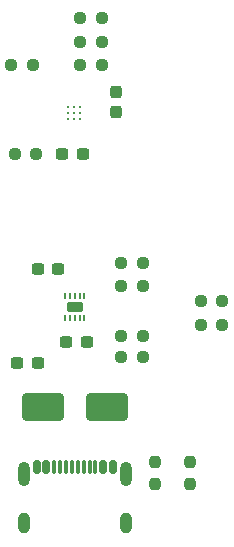
<source format=gbr>
%TF.GenerationSoftware,KiCad,Pcbnew,9.0.3*%
%TF.CreationDate,2025-08-03T17:59:23+05:30*%
%TF.ProjectId,BatteryCharger_FuelGauge_Breakout_Board,42617474-6572-4794-9368-61726765725f,rev?*%
%TF.SameCoordinates,Original*%
%TF.FileFunction,Paste,Top*%
%TF.FilePolarity,Positive*%
%FSLAX46Y46*%
G04 Gerber Fmt 4.6, Leading zero omitted, Abs format (unit mm)*
G04 Created by KiCad (PCBNEW 9.0.3) date 2025-08-03 17:59:23*
%MOMM*%
%LPD*%
G01*
G04 APERTURE LIST*
G04 Aperture macros list*
%AMRoundRect*
0 Rectangle with rounded corners*
0 $1 Rounding radius*
0 $2 $3 $4 $5 $6 $7 $8 $9 X,Y pos of 4 corners*
0 Add a 4 corners polygon primitive as box body*
4,1,4,$2,$3,$4,$5,$6,$7,$8,$9,$2,$3,0*
0 Add four circle primitives for the rounded corners*
1,1,$1+$1,$2,$3*
1,1,$1+$1,$4,$5*
1,1,$1+$1,$6,$7*
1,1,$1+$1,$8,$9*
0 Add four rect primitives between the rounded corners*
20,1,$1+$1,$2,$3,$4,$5,0*
20,1,$1+$1,$4,$5,$6,$7,0*
20,1,$1+$1,$6,$7,$8,$9,0*
20,1,$1+$1,$8,$9,$2,$3,0*%
G04 Aperture macros list end*
%ADD10RoundRect,0.237500X0.237500X-0.250000X0.237500X0.250000X-0.237500X0.250000X-0.237500X-0.250000X0*%
%ADD11RoundRect,0.237500X0.250000X0.237500X-0.250000X0.237500X-0.250000X-0.237500X0.250000X-0.237500X0*%
%ADD12RoundRect,0.237500X0.300000X0.237500X-0.300000X0.237500X-0.300000X-0.237500X0.300000X-0.237500X0*%
%ADD13RoundRect,0.237500X0.237500X-0.300000X0.237500X0.300000X-0.237500X0.300000X-0.237500X-0.300000X0*%
%ADD14RoundRect,0.237500X-0.250000X-0.237500X0.250000X-0.237500X0.250000X0.237500X-0.250000X0.237500X0*%
%ADD15RoundRect,0.150000X-0.150000X-0.425000X0.150000X-0.425000X0.150000X0.425000X-0.150000X0.425000X0*%
%ADD16RoundRect,0.075000X-0.075000X-0.500000X0.075000X-0.500000X0.075000X0.500000X-0.075000X0.500000X0*%
%ADD17O,1.000000X2.100000*%
%ADD18O,1.000000X1.800000*%
%ADD19RoundRect,0.250000X-1.500000X-0.900000X1.500000X-0.900000X1.500000X0.900000X-1.500000X0.900000X0*%
%ADD20C,0.245000*%
%ADD21RoundRect,0.237500X-0.300000X-0.237500X0.300000X-0.237500X0.300000X0.237500X-0.300000X0.237500X0*%
%ADD22RoundRect,0.212500X0.477500X-0.212500X0.477500X0.212500X-0.477500X0.212500X-0.477500X-0.212500X0*%
%ADD23RoundRect,0.050000X0.050000X-0.200000X0.050000X0.200000X-0.050000X0.200000X-0.050000X-0.200000X0*%
G04 APERTURE END LIST*
D10*
%TO.C,R13*%
X146000000Y-129000000D03*
X146000000Y-127175000D03*
%TD*%
D11*
%TO.C,R1*%
X141525000Y-89550000D03*
X139700000Y-89550000D03*
%TD*%
%TO.C,R4*%
X135700000Y-93550000D03*
X133875000Y-93550000D03*
%TD*%
D12*
%TO.C,C3*%
X136112500Y-118750000D03*
X134387500Y-118750000D03*
%TD*%
D10*
%TO.C,R14*%
X149000000Y-129000000D03*
X149000000Y-127175000D03*
%TD*%
D13*
%TO.C,C1*%
X142700000Y-97512500D03*
X142700000Y-95787500D03*
%TD*%
D14*
%TO.C,R5*%
X134175000Y-101050000D03*
X136000000Y-101050000D03*
%TD*%
D15*
%TO.C,J3*%
X136050000Y-127570000D03*
X136850000Y-127570000D03*
D16*
X138000000Y-127570000D03*
X139000000Y-127570000D03*
X139500000Y-127570000D03*
X140500000Y-127570000D03*
D15*
X141650000Y-127570000D03*
X142450000Y-127570000D03*
X142450000Y-127570000D03*
X141650000Y-127570000D03*
D16*
X141000000Y-127570000D03*
X140000000Y-127570000D03*
X138500000Y-127570000D03*
X137500000Y-127570000D03*
D15*
X136850000Y-127570000D03*
X136050000Y-127570000D03*
D17*
X134930000Y-128145000D03*
D18*
X134930000Y-132325000D03*
D17*
X143570000Y-128145000D03*
D18*
X143570000Y-132325000D03*
%TD*%
D14*
%TO.C,R11*%
X149925000Y-115500000D03*
X151750000Y-115500000D03*
%TD*%
%TO.C,R6*%
X143175000Y-116500000D03*
X145000000Y-116500000D03*
%TD*%
D19*
%TO.C,D1*%
X136550000Y-122500000D03*
X141950000Y-122500000D03*
%TD*%
D14*
%TO.C,R10*%
X149925000Y-113500000D03*
X151750000Y-113500000D03*
%TD*%
D20*
%TO.C,U1*%
X138700000Y-97050000D03*
X139200000Y-97050000D03*
X139700000Y-97050000D03*
X138700000Y-97550000D03*
X139200000Y-97550000D03*
X139700000Y-97550000D03*
X138700000Y-98050000D03*
X139200000Y-98050000D03*
X139700000Y-98050000D03*
%TD*%
D14*
%TO.C,R7*%
X143175000Y-118250000D03*
X145000000Y-118250000D03*
%TD*%
D21*
%TO.C,C4*%
X138525000Y-117000000D03*
X140250000Y-117000000D03*
%TD*%
D11*
%TO.C,R8*%
X145000000Y-110250000D03*
X143175000Y-110250000D03*
%TD*%
D14*
%TO.C,R9*%
X143175000Y-112250000D03*
X145000000Y-112250000D03*
%TD*%
D22*
%TO.C,U2*%
X139244933Y-114000000D03*
D23*
X138450000Y-114950000D03*
X138850000Y-114950000D03*
X139250000Y-114950000D03*
X139650000Y-114950000D03*
X140050000Y-114950000D03*
X140050000Y-113050000D03*
X139650000Y-113050000D03*
X139250000Y-113050000D03*
X138850000Y-113050000D03*
X138450000Y-113050000D03*
%TD*%
D11*
%TO.C,R2*%
X141525000Y-93550000D03*
X139700000Y-93550000D03*
%TD*%
D12*
%TO.C,C5*%
X137862500Y-110750000D03*
X136137500Y-110750000D03*
%TD*%
%TO.C,C2*%
X139912500Y-101050000D03*
X138187500Y-101050000D03*
%TD*%
D11*
%TO.C,R3*%
X141525000Y-91550000D03*
X139700000Y-91550000D03*
%TD*%
M02*

</source>
